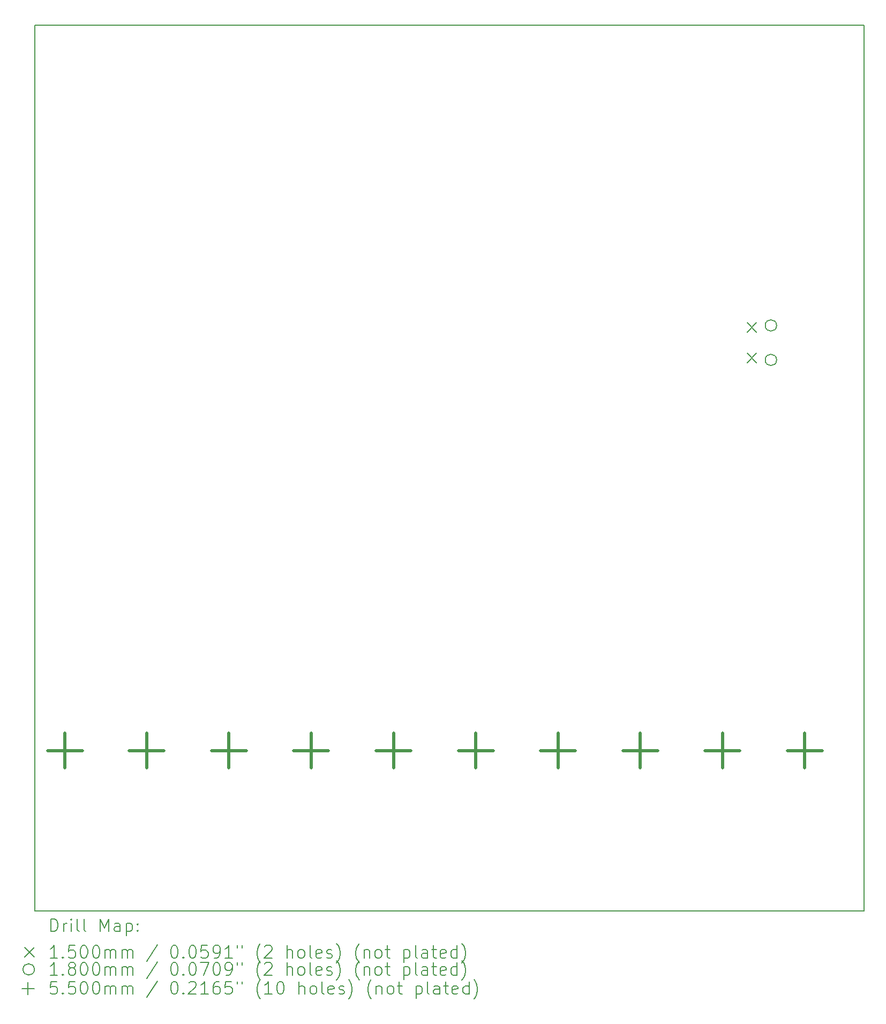
<source format=gbr>
%TF.GenerationSoftware,KiCad,Pcbnew,7.0.6*%
%TF.CreationDate,2023-07-29T11:39:51+05:30*%
%TF.ProjectId,Copy of Trainer Kit Prototype,436f7079-206f-4662-9054-7261696e6572,rev?*%
%TF.SameCoordinates,Original*%
%TF.FileFunction,Drillmap*%
%TF.FilePolarity,Positive*%
%FSLAX45Y45*%
G04 Gerber Fmt 4.5, Leading zero omitted, Abs format (unit mm)*
G04 Created by KiCad (PCBNEW 7.0.6) date 2023-07-29 11:39:51*
%MOMM*%
%LPD*%
G01*
G04 APERTURE LIST*
%ADD10C,0.200000*%
%ADD11C,0.150000*%
%ADD12C,0.180000*%
%ADD13C,0.550000*%
G04 APERTURE END LIST*
D10*
X0Y0D02*
X13106400Y0D01*
X13106400Y-14000000D01*
X0Y-14000000D01*
X0Y0D01*
D11*
X11253400Y-4700200D02*
X11403400Y-4850200D01*
X11403400Y-4700200D02*
X11253400Y-4850200D01*
X11253400Y-5185200D02*
X11403400Y-5335200D01*
X11403400Y-5185200D02*
X11253400Y-5335200D01*
D12*
X11721400Y-4745200D02*
G75*
G03*
X11721400Y-4745200I-90000J0D01*
G01*
X11721400Y-5290200D02*
G75*
G03*
X11721400Y-5290200I-90000J0D01*
G01*
D13*
X471400Y-11185800D02*
X471400Y-11735800D01*
X196400Y-11460800D02*
X746400Y-11460800D01*
X1765400Y-11185800D02*
X1765400Y-11735800D01*
X1490400Y-11460800D02*
X2040400Y-11460800D01*
X3065400Y-11185800D02*
X3065400Y-11735800D01*
X2790400Y-11460800D02*
X3340400Y-11460800D01*
X4365400Y-11185800D02*
X4365400Y-11735800D01*
X4090400Y-11460800D02*
X4640400Y-11460800D01*
X5665400Y-11185800D02*
X5665400Y-11735800D01*
X5390400Y-11460800D02*
X5940400Y-11460800D01*
X6965400Y-11185800D02*
X6965400Y-11735800D01*
X6690400Y-11460800D02*
X7240400Y-11460800D01*
X8265400Y-11185800D02*
X8265400Y-11735800D01*
X7990400Y-11460800D02*
X8540400Y-11460800D01*
X9565400Y-11185800D02*
X9565400Y-11735800D01*
X9290400Y-11460800D02*
X9840400Y-11460800D01*
X10865400Y-11185800D02*
X10865400Y-11735800D01*
X10590400Y-11460800D02*
X11140400Y-11460800D01*
X12165400Y-11185800D02*
X12165400Y-11735800D01*
X11890400Y-11460800D02*
X12440400Y-11460800D01*
D10*
X250777Y-14321484D02*
X250777Y-14121484D01*
X250777Y-14121484D02*
X298396Y-14121484D01*
X298396Y-14121484D02*
X326967Y-14131008D01*
X326967Y-14131008D02*
X346015Y-14150055D01*
X346015Y-14150055D02*
X355539Y-14169103D01*
X355539Y-14169103D02*
X365062Y-14207198D01*
X365062Y-14207198D02*
X365062Y-14235769D01*
X365062Y-14235769D02*
X355539Y-14273865D01*
X355539Y-14273865D02*
X346015Y-14292912D01*
X346015Y-14292912D02*
X326967Y-14311960D01*
X326967Y-14311960D02*
X298396Y-14321484D01*
X298396Y-14321484D02*
X250777Y-14321484D01*
X450777Y-14321484D02*
X450777Y-14188150D01*
X450777Y-14226246D02*
X460301Y-14207198D01*
X460301Y-14207198D02*
X469824Y-14197674D01*
X469824Y-14197674D02*
X488872Y-14188150D01*
X488872Y-14188150D02*
X507920Y-14188150D01*
X574586Y-14321484D02*
X574586Y-14188150D01*
X574586Y-14121484D02*
X565063Y-14131008D01*
X565063Y-14131008D02*
X574586Y-14140531D01*
X574586Y-14140531D02*
X584110Y-14131008D01*
X584110Y-14131008D02*
X574586Y-14121484D01*
X574586Y-14121484D02*
X574586Y-14140531D01*
X698396Y-14321484D02*
X679348Y-14311960D01*
X679348Y-14311960D02*
X669824Y-14292912D01*
X669824Y-14292912D02*
X669824Y-14121484D01*
X803158Y-14321484D02*
X784110Y-14311960D01*
X784110Y-14311960D02*
X774586Y-14292912D01*
X774586Y-14292912D02*
X774586Y-14121484D01*
X1031729Y-14321484D02*
X1031729Y-14121484D01*
X1031729Y-14121484D02*
X1098396Y-14264341D01*
X1098396Y-14264341D02*
X1165063Y-14121484D01*
X1165063Y-14121484D02*
X1165063Y-14321484D01*
X1346015Y-14321484D02*
X1346015Y-14216722D01*
X1346015Y-14216722D02*
X1336491Y-14197674D01*
X1336491Y-14197674D02*
X1317444Y-14188150D01*
X1317444Y-14188150D02*
X1279348Y-14188150D01*
X1279348Y-14188150D02*
X1260301Y-14197674D01*
X1346015Y-14311960D02*
X1326967Y-14321484D01*
X1326967Y-14321484D02*
X1279348Y-14321484D01*
X1279348Y-14321484D02*
X1260301Y-14311960D01*
X1260301Y-14311960D02*
X1250777Y-14292912D01*
X1250777Y-14292912D02*
X1250777Y-14273865D01*
X1250777Y-14273865D02*
X1260301Y-14254817D01*
X1260301Y-14254817D02*
X1279348Y-14245293D01*
X1279348Y-14245293D02*
X1326967Y-14245293D01*
X1326967Y-14245293D02*
X1346015Y-14235769D01*
X1441253Y-14188150D02*
X1441253Y-14388150D01*
X1441253Y-14197674D02*
X1460301Y-14188150D01*
X1460301Y-14188150D02*
X1498396Y-14188150D01*
X1498396Y-14188150D02*
X1517443Y-14197674D01*
X1517443Y-14197674D02*
X1526967Y-14207198D01*
X1526967Y-14207198D02*
X1536491Y-14226246D01*
X1536491Y-14226246D02*
X1536491Y-14283388D01*
X1536491Y-14283388D02*
X1526967Y-14302436D01*
X1526967Y-14302436D02*
X1517443Y-14311960D01*
X1517443Y-14311960D02*
X1498396Y-14321484D01*
X1498396Y-14321484D02*
X1460301Y-14321484D01*
X1460301Y-14321484D02*
X1441253Y-14311960D01*
X1622205Y-14302436D02*
X1631729Y-14311960D01*
X1631729Y-14311960D02*
X1622205Y-14321484D01*
X1622205Y-14321484D02*
X1612682Y-14311960D01*
X1612682Y-14311960D02*
X1622205Y-14302436D01*
X1622205Y-14302436D02*
X1622205Y-14321484D01*
X1622205Y-14197674D02*
X1631729Y-14207198D01*
X1631729Y-14207198D02*
X1622205Y-14216722D01*
X1622205Y-14216722D02*
X1612682Y-14207198D01*
X1612682Y-14207198D02*
X1622205Y-14197674D01*
X1622205Y-14197674D02*
X1622205Y-14216722D01*
D11*
X-160000Y-14575000D02*
X-10000Y-14725000D01*
X-10000Y-14575000D02*
X-160000Y-14725000D01*
D10*
X355539Y-14741484D02*
X241253Y-14741484D01*
X298396Y-14741484D02*
X298396Y-14541484D01*
X298396Y-14541484D02*
X279348Y-14570055D01*
X279348Y-14570055D02*
X260301Y-14589103D01*
X260301Y-14589103D02*
X241253Y-14598627D01*
X441253Y-14722436D02*
X450777Y-14731960D01*
X450777Y-14731960D02*
X441253Y-14741484D01*
X441253Y-14741484D02*
X431729Y-14731960D01*
X431729Y-14731960D02*
X441253Y-14722436D01*
X441253Y-14722436D02*
X441253Y-14741484D01*
X631729Y-14541484D02*
X536491Y-14541484D01*
X536491Y-14541484D02*
X526967Y-14636722D01*
X526967Y-14636722D02*
X536491Y-14627198D01*
X536491Y-14627198D02*
X555539Y-14617674D01*
X555539Y-14617674D02*
X603158Y-14617674D01*
X603158Y-14617674D02*
X622205Y-14627198D01*
X622205Y-14627198D02*
X631729Y-14636722D01*
X631729Y-14636722D02*
X641253Y-14655769D01*
X641253Y-14655769D02*
X641253Y-14703388D01*
X641253Y-14703388D02*
X631729Y-14722436D01*
X631729Y-14722436D02*
X622205Y-14731960D01*
X622205Y-14731960D02*
X603158Y-14741484D01*
X603158Y-14741484D02*
X555539Y-14741484D01*
X555539Y-14741484D02*
X536491Y-14731960D01*
X536491Y-14731960D02*
X526967Y-14722436D01*
X765062Y-14541484D02*
X784110Y-14541484D01*
X784110Y-14541484D02*
X803158Y-14551008D01*
X803158Y-14551008D02*
X812682Y-14560531D01*
X812682Y-14560531D02*
X822205Y-14579579D01*
X822205Y-14579579D02*
X831729Y-14617674D01*
X831729Y-14617674D02*
X831729Y-14665293D01*
X831729Y-14665293D02*
X822205Y-14703388D01*
X822205Y-14703388D02*
X812682Y-14722436D01*
X812682Y-14722436D02*
X803158Y-14731960D01*
X803158Y-14731960D02*
X784110Y-14741484D01*
X784110Y-14741484D02*
X765062Y-14741484D01*
X765062Y-14741484D02*
X746015Y-14731960D01*
X746015Y-14731960D02*
X736491Y-14722436D01*
X736491Y-14722436D02*
X726967Y-14703388D01*
X726967Y-14703388D02*
X717443Y-14665293D01*
X717443Y-14665293D02*
X717443Y-14617674D01*
X717443Y-14617674D02*
X726967Y-14579579D01*
X726967Y-14579579D02*
X736491Y-14560531D01*
X736491Y-14560531D02*
X746015Y-14551008D01*
X746015Y-14551008D02*
X765062Y-14541484D01*
X955539Y-14541484D02*
X974586Y-14541484D01*
X974586Y-14541484D02*
X993634Y-14551008D01*
X993634Y-14551008D02*
X1003158Y-14560531D01*
X1003158Y-14560531D02*
X1012682Y-14579579D01*
X1012682Y-14579579D02*
X1022205Y-14617674D01*
X1022205Y-14617674D02*
X1022205Y-14665293D01*
X1022205Y-14665293D02*
X1012682Y-14703388D01*
X1012682Y-14703388D02*
X1003158Y-14722436D01*
X1003158Y-14722436D02*
X993634Y-14731960D01*
X993634Y-14731960D02*
X974586Y-14741484D01*
X974586Y-14741484D02*
X955539Y-14741484D01*
X955539Y-14741484D02*
X936491Y-14731960D01*
X936491Y-14731960D02*
X926967Y-14722436D01*
X926967Y-14722436D02*
X917443Y-14703388D01*
X917443Y-14703388D02*
X907920Y-14665293D01*
X907920Y-14665293D02*
X907920Y-14617674D01*
X907920Y-14617674D02*
X917443Y-14579579D01*
X917443Y-14579579D02*
X926967Y-14560531D01*
X926967Y-14560531D02*
X936491Y-14551008D01*
X936491Y-14551008D02*
X955539Y-14541484D01*
X1107920Y-14741484D02*
X1107920Y-14608150D01*
X1107920Y-14627198D02*
X1117444Y-14617674D01*
X1117444Y-14617674D02*
X1136491Y-14608150D01*
X1136491Y-14608150D02*
X1165063Y-14608150D01*
X1165063Y-14608150D02*
X1184110Y-14617674D01*
X1184110Y-14617674D02*
X1193634Y-14636722D01*
X1193634Y-14636722D02*
X1193634Y-14741484D01*
X1193634Y-14636722D02*
X1203158Y-14617674D01*
X1203158Y-14617674D02*
X1222205Y-14608150D01*
X1222205Y-14608150D02*
X1250777Y-14608150D01*
X1250777Y-14608150D02*
X1269825Y-14617674D01*
X1269825Y-14617674D02*
X1279348Y-14636722D01*
X1279348Y-14636722D02*
X1279348Y-14741484D01*
X1374586Y-14741484D02*
X1374586Y-14608150D01*
X1374586Y-14627198D02*
X1384110Y-14617674D01*
X1384110Y-14617674D02*
X1403158Y-14608150D01*
X1403158Y-14608150D02*
X1431729Y-14608150D01*
X1431729Y-14608150D02*
X1450777Y-14617674D01*
X1450777Y-14617674D02*
X1460301Y-14636722D01*
X1460301Y-14636722D02*
X1460301Y-14741484D01*
X1460301Y-14636722D02*
X1469824Y-14617674D01*
X1469824Y-14617674D02*
X1488872Y-14608150D01*
X1488872Y-14608150D02*
X1517443Y-14608150D01*
X1517443Y-14608150D02*
X1536491Y-14617674D01*
X1536491Y-14617674D02*
X1546015Y-14636722D01*
X1546015Y-14636722D02*
X1546015Y-14741484D01*
X1936491Y-14531960D02*
X1765063Y-14789103D01*
X2193634Y-14541484D02*
X2212682Y-14541484D01*
X2212682Y-14541484D02*
X2231729Y-14551008D01*
X2231729Y-14551008D02*
X2241253Y-14560531D01*
X2241253Y-14560531D02*
X2250777Y-14579579D01*
X2250777Y-14579579D02*
X2260301Y-14617674D01*
X2260301Y-14617674D02*
X2260301Y-14665293D01*
X2260301Y-14665293D02*
X2250777Y-14703388D01*
X2250777Y-14703388D02*
X2241253Y-14722436D01*
X2241253Y-14722436D02*
X2231729Y-14731960D01*
X2231729Y-14731960D02*
X2212682Y-14741484D01*
X2212682Y-14741484D02*
X2193634Y-14741484D01*
X2193634Y-14741484D02*
X2174587Y-14731960D01*
X2174587Y-14731960D02*
X2165063Y-14722436D01*
X2165063Y-14722436D02*
X2155539Y-14703388D01*
X2155539Y-14703388D02*
X2146015Y-14665293D01*
X2146015Y-14665293D02*
X2146015Y-14617674D01*
X2146015Y-14617674D02*
X2155539Y-14579579D01*
X2155539Y-14579579D02*
X2165063Y-14560531D01*
X2165063Y-14560531D02*
X2174587Y-14551008D01*
X2174587Y-14551008D02*
X2193634Y-14541484D01*
X2346015Y-14722436D02*
X2355539Y-14731960D01*
X2355539Y-14731960D02*
X2346015Y-14741484D01*
X2346015Y-14741484D02*
X2336491Y-14731960D01*
X2336491Y-14731960D02*
X2346015Y-14722436D01*
X2346015Y-14722436D02*
X2346015Y-14741484D01*
X2479348Y-14541484D02*
X2498396Y-14541484D01*
X2498396Y-14541484D02*
X2517444Y-14551008D01*
X2517444Y-14551008D02*
X2526968Y-14560531D01*
X2526968Y-14560531D02*
X2536491Y-14579579D01*
X2536491Y-14579579D02*
X2546015Y-14617674D01*
X2546015Y-14617674D02*
X2546015Y-14665293D01*
X2546015Y-14665293D02*
X2536491Y-14703388D01*
X2536491Y-14703388D02*
X2526968Y-14722436D01*
X2526968Y-14722436D02*
X2517444Y-14731960D01*
X2517444Y-14731960D02*
X2498396Y-14741484D01*
X2498396Y-14741484D02*
X2479348Y-14741484D01*
X2479348Y-14741484D02*
X2460301Y-14731960D01*
X2460301Y-14731960D02*
X2450777Y-14722436D01*
X2450777Y-14722436D02*
X2441253Y-14703388D01*
X2441253Y-14703388D02*
X2431729Y-14665293D01*
X2431729Y-14665293D02*
X2431729Y-14617674D01*
X2431729Y-14617674D02*
X2441253Y-14579579D01*
X2441253Y-14579579D02*
X2450777Y-14560531D01*
X2450777Y-14560531D02*
X2460301Y-14551008D01*
X2460301Y-14551008D02*
X2479348Y-14541484D01*
X2726968Y-14541484D02*
X2631729Y-14541484D01*
X2631729Y-14541484D02*
X2622206Y-14636722D01*
X2622206Y-14636722D02*
X2631729Y-14627198D01*
X2631729Y-14627198D02*
X2650777Y-14617674D01*
X2650777Y-14617674D02*
X2698396Y-14617674D01*
X2698396Y-14617674D02*
X2717444Y-14627198D01*
X2717444Y-14627198D02*
X2726968Y-14636722D01*
X2726968Y-14636722D02*
X2736491Y-14655769D01*
X2736491Y-14655769D02*
X2736491Y-14703388D01*
X2736491Y-14703388D02*
X2726968Y-14722436D01*
X2726968Y-14722436D02*
X2717444Y-14731960D01*
X2717444Y-14731960D02*
X2698396Y-14741484D01*
X2698396Y-14741484D02*
X2650777Y-14741484D01*
X2650777Y-14741484D02*
X2631729Y-14731960D01*
X2631729Y-14731960D02*
X2622206Y-14722436D01*
X2831729Y-14741484D02*
X2869825Y-14741484D01*
X2869825Y-14741484D02*
X2888872Y-14731960D01*
X2888872Y-14731960D02*
X2898396Y-14722436D01*
X2898396Y-14722436D02*
X2917444Y-14693865D01*
X2917444Y-14693865D02*
X2926967Y-14655769D01*
X2926967Y-14655769D02*
X2926967Y-14579579D01*
X2926967Y-14579579D02*
X2917444Y-14560531D01*
X2917444Y-14560531D02*
X2907920Y-14551008D01*
X2907920Y-14551008D02*
X2888872Y-14541484D01*
X2888872Y-14541484D02*
X2850777Y-14541484D01*
X2850777Y-14541484D02*
X2831729Y-14551008D01*
X2831729Y-14551008D02*
X2822206Y-14560531D01*
X2822206Y-14560531D02*
X2812682Y-14579579D01*
X2812682Y-14579579D02*
X2812682Y-14627198D01*
X2812682Y-14627198D02*
X2822206Y-14646246D01*
X2822206Y-14646246D02*
X2831729Y-14655769D01*
X2831729Y-14655769D02*
X2850777Y-14665293D01*
X2850777Y-14665293D02*
X2888872Y-14665293D01*
X2888872Y-14665293D02*
X2907920Y-14655769D01*
X2907920Y-14655769D02*
X2917444Y-14646246D01*
X2917444Y-14646246D02*
X2926967Y-14627198D01*
X3117444Y-14741484D02*
X3003158Y-14741484D01*
X3060301Y-14741484D02*
X3060301Y-14541484D01*
X3060301Y-14541484D02*
X3041253Y-14570055D01*
X3041253Y-14570055D02*
X3022206Y-14589103D01*
X3022206Y-14589103D02*
X3003158Y-14598627D01*
X3193634Y-14541484D02*
X3193634Y-14579579D01*
X3269825Y-14541484D02*
X3269825Y-14579579D01*
X3565063Y-14817674D02*
X3555539Y-14808150D01*
X3555539Y-14808150D02*
X3536491Y-14779579D01*
X3536491Y-14779579D02*
X3526968Y-14760531D01*
X3526968Y-14760531D02*
X3517444Y-14731960D01*
X3517444Y-14731960D02*
X3507920Y-14684341D01*
X3507920Y-14684341D02*
X3507920Y-14646246D01*
X3507920Y-14646246D02*
X3517444Y-14598627D01*
X3517444Y-14598627D02*
X3526968Y-14570055D01*
X3526968Y-14570055D02*
X3536491Y-14551008D01*
X3536491Y-14551008D02*
X3555539Y-14522436D01*
X3555539Y-14522436D02*
X3565063Y-14512912D01*
X3631729Y-14560531D02*
X3641253Y-14551008D01*
X3641253Y-14551008D02*
X3660301Y-14541484D01*
X3660301Y-14541484D02*
X3707920Y-14541484D01*
X3707920Y-14541484D02*
X3726968Y-14551008D01*
X3726968Y-14551008D02*
X3736491Y-14560531D01*
X3736491Y-14560531D02*
X3746015Y-14579579D01*
X3746015Y-14579579D02*
X3746015Y-14598627D01*
X3746015Y-14598627D02*
X3736491Y-14627198D01*
X3736491Y-14627198D02*
X3622206Y-14741484D01*
X3622206Y-14741484D02*
X3746015Y-14741484D01*
X3984110Y-14741484D02*
X3984110Y-14541484D01*
X4069825Y-14741484D02*
X4069825Y-14636722D01*
X4069825Y-14636722D02*
X4060301Y-14617674D01*
X4060301Y-14617674D02*
X4041253Y-14608150D01*
X4041253Y-14608150D02*
X4012682Y-14608150D01*
X4012682Y-14608150D02*
X3993634Y-14617674D01*
X3993634Y-14617674D02*
X3984110Y-14627198D01*
X4193634Y-14741484D02*
X4174587Y-14731960D01*
X4174587Y-14731960D02*
X4165063Y-14722436D01*
X4165063Y-14722436D02*
X4155539Y-14703388D01*
X4155539Y-14703388D02*
X4155539Y-14646246D01*
X4155539Y-14646246D02*
X4165063Y-14627198D01*
X4165063Y-14627198D02*
X4174587Y-14617674D01*
X4174587Y-14617674D02*
X4193634Y-14608150D01*
X4193634Y-14608150D02*
X4222206Y-14608150D01*
X4222206Y-14608150D02*
X4241253Y-14617674D01*
X4241253Y-14617674D02*
X4250777Y-14627198D01*
X4250777Y-14627198D02*
X4260301Y-14646246D01*
X4260301Y-14646246D02*
X4260301Y-14703388D01*
X4260301Y-14703388D02*
X4250777Y-14722436D01*
X4250777Y-14722436D02*
X4241253Y-14731960D01*
X4241253Y-14731960D02*
X4222206Y-14741484D01*
X4222206Y-14741484D02*
X4193634Y-14741484D01*
X4374587Y-14741484D02*
X4355539Y-14731960D01*
X4355539Y-14731960D02*
X4346015Y-14712912D01*
X4346015Y-14712912D02*
X4346015Y-14541484D01*
X4526968Y-14731960D02*
X4507920Y-14741484D01*
X4507920Y-14741484D02*
X4469825Y-14741484D01*
X4469825Y-14741484D02*
X4450777Y-14731960D01*
X4450777Y-14731960D02*
X4441253Y-14712912D01*
X4441253Y-14712912D02*
X4441253Y-14636722D01*
X4441253Y-14636722D02*
X4450777Y-14617674D01*
X4450777Y-14617674D02*
X4469825Y-14608150D01*
X4469825Y-14608150D02*
X4507920Y-14608150D01*
X4507920Y-14608150D02*
X4526968Y-14617674D01*
X4526968Y-14617674D02*
X4536492Y-14636722D01*
X4536492Y-14636722D02*
X4536492Y-14655769D01*
X4536492Y-14655769D02*
X4441253Y-14674817D01*
X4612682Y-14731960D02*
X4631730Y-14741484D01*
X4631730Y-14741484D02*
X4669825Y-14741484D01*
X4669825Y-14741484D02*
X4688873Y-14731960D01*
X4688873Y-14731960D02*
X4698396Y-14712912D01*
X4698396Y-14712912D02*
X4698396Y-14703388D01*
X4698396Y-14703388D02*
X4688873Y-14684341D01*
X4688873Y-14684341D02*
X4669825Y-14674817D01*
X4669825Y-14674817D02*
X4641253Y-14674817D01*
X4641253Y-14674817D02*
X4622206Y-14665293D01*
X4622206Y-14665293D02*
X4612682Y-14646246D01*
X4612682Y-14646246D02*
X4612682Y-14636722D01*
X4612682Y-14636722D02*
X4622206Y-14617674D01*
X4622206Y-14617674D02*
X4641253Y-14608150D01*
X4641253Y-14608150D02*
X4669825Y-14608150D01*
X4669825Y-14608150D02*
X4688873Y-14617674D01*
X4765063Y-14817674D02*
X4774587Y-14808150D01*
X4774587Y-14808150D02*
X4793634Y-14779579D01*
X4793634Y-14779579D02*
X4803158Y-14760531D01*
X4803158Y-14760531D02*
X4812682Y-14731960D01*
X4812682Y-14731960D02*
X4822206Y-14684341D01*
X4822206Y-14684341D02*
X4822206Y-14646246D01*
X4822206Y-14646246D02*
X4812682Y-14598627D01*
X4812682Y-14598627D02*
X4803158Y-14570055D01*
X4803158Y-14570055D02*
X4793634Y-14551008D01*
X4793634Y-14551008D02*
X4774587Y-14522436D01*
X4774587Y-14522436D02*
X4765063Y-14512912D01*
X5126968Y-14817674D02*
X5117444Y-14808150D01*
X5117444Y-14808150D02*
X5098396Y-14779579D01*
X5098396Y-14779579D02*
X5088873Y-14760531D01*
X5088873Y-14760531D02*
X5079349Y-14731960D01*
X5079349Y-14731960D02*
X5069825Y-14684341D01*
X5069825Y-14684341D02*
X5069825Y-14646246D01*
X5069825Y-14646246D02*
X5079349Y-14598627D01*
X5079349Y-14598627D02*
X5088873Y-14570055D01*
X5088873Y-14570055D02*
X5098396Y-14551008D01*
X5098396Y-14551008D02*
X5117444Y-14522436D01*
X5117444Y-14522436D02*
X5126968Y-14512912D01*
X5203158Y-14608150D02*
X5203158Y-14741484D01*
X5203158Y-14627198D02*
X5212682Y-14617674D01*
X5212682Y-14617674D02*
X5231730Y-14608150D01*
X5231730Y-14608150D02*
X5260301Y-14608150D01*
X5260301Y-14608150D02*
X5279349Y-14617674D01*
X5279349Y-14617674D02*
X5288873Y-14636722D01*
X5288873Y-14636722D02*
X5288873Y-14741484D01*
X5412682Y-14741484D02*
X5393634Y-14731960D01*
X5393634Y-14731960D02*
X5384111Y-14722436D01*
X5384111Y-14722436D02*
X5374587Y-14703388D01*
X5374587Y-14703388D02*
X5374587Y-14646246D01*
X5374587Y-14646246D02*
X5384111Y-14627198D01*
X5384111Y-14627198D02*
X5393634Y-14617674D01*
X5393634Y-14617674D02*
X5412682Y-14608150D01*
X5412682Y-14608150D02*
X5441254Y-14608150D01*
X5441254Y-14608150D02*
X5460301Y-14617674D01*
X5460301Y-14617674D02*
X5469825Y-14627198D01*
X5469825Y-14627198D02*
X5479349Y-14646246D01*
X5479349Y-14646246D02*
X5479349Y-14703388D01*
X5479349Y-14703388D02*
X5469825Y-14722436D01*
X5469825Y-14722436D02*
X5460301Y-14731960D01*
X5460301Y-14731960D02*
X5441254Y-14741484D01*
X5441254Y-14741484D02*
X5412682Y-14741484D01*
X5536492Y-14608150D02*
X5612682Y-14608150D01*
X5565063Y-14541484D02*
X5565063Y-14712912D01*
X5565063Y-14712912D02*
X5574587Y-14731960D01*
X5574587Y-14731960D02*
X5593634Y-14741484D01*
X5593634Y-14741484D02*
X5612682Y-14741484D01*
X5831730Y-14608150D02*
X5831730Y-14808150D01*
X5831730Y-14617674D02*
X5850777Y-14608150D01*
X5850777Y-14608150D02*
X5888873Y-14608150D01*
X5888873Y-14608150D02*
X5907920Y-14617674D01*
X5907920Y-14617674D02*
X5917444Y-14627198D01*
X5917444Y-14627198D02*
X5926968Y-14646246D01*
X5926968Y-14646246D02*
X5926968Y-14703388D01*
X5926968Y-14703388D02*
X5917444Y-14722436D01*
X5917444Y-14722436D02*
X5907920Y-14731960D01*
X5907920Y-14731960D02*
X5888873Y-14741484D01*
X5888873Y-14741484D02*
X5850777Y-14741484D01*
X5850777Y-14741484D02*
X5831730Y-14731960D01*
X6041253Y-14741484D02*
X6022206Y-14731960D01*
X6022206Y-14731960D02*
X6012682Y-14712912D01*
X6012682Y-14712912D02*
X6012682Y-14541484D01*
X6203158Y-14741484D02*
X6203158Y-14636722D01*
X6203158Y-14636722D02*
X6193634Y-14617674D01*
X6193634Y-14617674D02*
X6174587Y-14608150D01*
X6174587Y-14608150D02*
X6136492Y-14608150D01*
X6136492Y-14608150D02*
X6117444Y-14617674D01*
X6203158Y-14731960D02*
X6184111Y-14741484D01*
X6184111Y-14741484D02*
X6136492Y-14741484D01*
X6136492Y-14741484D02*
X6117444Y-14731960D01*
X6117444Y-14731960D02*
X6107920Y-14712912D01*
X6107920Y-14712912D02*
X6107920Y-14693865D01*
X6107920Y-14693865D02*
X6117444Y-14674817D01*
X6117444Y-14674817D02*
X6136492Y-14665293D01*
X6136492Y-14665293D02*
X6184111Y-14665293D01*
X6184111Y-14665293D02*
X6203158Y-14655769D01*
X6269825Y-14608150D02*
X6346015Y-14608150D01*
X6298396Y-14541484D02*
X6298396Y-14712912D01*
X6298396Y-14712912D02*
X6307920Y-14731960D01*
X6307920Y-14731960D02*
X6326968Y-14741484D01*
X6326968Y-14741484D02*
X6346015Y-14741484D01*
X6488873Y-14731960D02*
X6469825Y-14741484D01*
X6469825Y-14741484D02*
X6431730Y-14741484D01*
X6431730Y-14741484D02*
X6412682Y-14731960D01*
X6412682Y-14731960D02*
X6403158Y-14712912D01*
X6403158Y-14712912D02*
X6403158Y-14636722D01*
X6403158Y-14636722D02*
X6412682Y-14617674D01*
X6412682Y-14617674D02*
X6431730Y-14608150D01*
X6431730Y-14608150D02*
X6469825Y-14608150D01*
X6469825Y-14608150D02*
X6488873Y-14617674D01*
X6488873Y-14617674D02*
X6498396Y-14636722D01*
X6498396Y-14636722D02*
X6498396Y-14655769D01*
X6498396Y-14655769D02*
X6403158Y-14674817D01*
X6669825Y-14741484D02*
X6669825Y-14541484D01*
X6669825Y-14731960D02*
X6650777Y-14741484D01*
X6650777Y-14741484D02*
X6612682Y-14741484D01*
X6612682Y-14741484D02*
X6593634Y-14731960D01*
X6593634Y-14731960D02*
X6584111Y-14722436D01*
X6584111Y-14722436D02*
X6574587Y-14703388D01*
X6574587Y-14703388D02*
X6574587Y-14646246D01*
X6574587Y-14646246D02*
X6584111Y-14627198D01*
X6584111Y-14627198D02*
X6593634Y-14617674D01*
X6593634Y-14617674D02*
X6612682Y-14608150D01*
X6612682Y-14608150D02*
X6650777Y-14608150D01*
X6650777Y-14608150D02*
X6669825Y-14617674D01*
X6746015Y-14817674D02*
X6755539Y-14808150D01*
X6755539Y-14808150D02*
X6774587Y-14779579D01*
X6774587Y-14779579D02*
X6784111Y-14760531D01*
X6784111Y-14760531D02*
X6793634Y-14731960D01*
X6793634Y-14731960D02*
X6803158Y-14684341D01*
X6803158Y-14684341D02*
X6803158Y-14646246D01*
X6803158Y-14646246D02*
X6793634Y-14598627D01*
X6793634Y-14598627D02*
X6784111Y-14570055D01*
X6784111Y-14570055D02*
X6774587Y-14551008D01*
X6774587Y-14551008D02*
X6755539Y-14522436D01*
X6755539Y-14522436D02*
X6746015Y-14512912D01*
D12*
X-10000Y-14920000D02*
G75*
G03*
X-10000Y-14920000I-90000J0D01*
G01*
D10*
X355539Y-15011484D02*
X241253Y-15011484D01*
X298396Y-15011484D02*
X298396Y-14811484D01*
X298396Y-14811484D02*
X279348Y-14840055D01*
X279348Y-14840055D02*
X260301Y-14859103D01*
X260301Y-14859103D02*
X241253Y-14868627D01*
X441253Y-14992436D02*
X450777Y-15001960D01*
X450777Y-15001960D02*
X441253Y-15011484D01*
X441253Y-15011484D02*
X431729Y-15001960D01*
X431729Y-15001960D02*
X441253Y-14992436D01*
X441253Y-14992436D02*
X441253Y-15011484D01*
X565063Y-14897198D02*
X546015Y-14887674D01*
X546015Y-14887674D02*
X536491Y-14878150D01*
X536491Y-14878150D02*
X526967Y-14859103D01*
X526967Y-14859103D02*
X526967Y-14849579D01*
X526967Y-14849579D02*
X536491Y-14830531D01*
X536491Y-14830531D02*
X546015Y-14821008D01*
X546015Y-14821008D02*
X565063Y-14811484D01*
X565063Y-14811484D02*
X603158Y-14811484D01*
X603158Y-14811484D02*
X622205Y-14821008D01*
X622205Y-14821008D02*
X631729Y-14830531D01*
X631729Y-14830531D02*
X641253Y-14849579D01*
X641253Y-14849579D02*
X641253Y-14859103D01*
X641253Y-14859103D02*
X631729Y-14878150D01*
X631729Y-14878150D02*
X622205Y-14887674D01*
X622205Y-14887674D02*
X603158Y-14897198D01*
X603158Y-14897198D02*
X565063Y-14897198D01*
X565063Y-14897198D02*
X546015Y-14906722D01*
X546015Y-14906722D02*
X536491Y-14916246D01*
X536491Y-14916246D02*
X526967Y-14935293D01*
X526967Y-14935293D02*
X526967Y-14973388D01*
X526967Y-14973388D02*
X536491Y-14992436D01*
X536491Y-14992436D02*
X546015Y-15001960D01*
X546015Y-15001960D02*
X565063Y-15011484D01*
X565063Y-15011484D02*
X603158Y-15011484D01*
X603158Y-15011484D02*
X622205Y-15001960D01*
X622205Y-15001960D02*
X631729Y-14992436D01*
X631729Y-14992436D02*
X641253Y-14973388D01*
X641253Y-14973388D02*
X641253Y-14935293D01*
X641253Y-14935293D02*
X631729Y-14916246D01*
X631729Y-14916246D02*
X622205Y-14906722D01*
X622205Y-14906722D02*
X603158Y-14897198D01*
X765062Y-14811484D02*
X784110Y-14811484D01*
X784110Y-14811484D02*
X803158Y-14821008D01*
X803158Y-14821008D02*
X812682Y-14830531D01*
X812682Y-14830531D02*
X822205Y-14849579D01*
X822205Y-14849579D02*
X831729Y-14887674D01*
X831729Y-14887674D02*
X831729Y-14935293D01*
X831729Y-14935293D02*
X822205Y-14973388D01*
X822205Y-14973388D02*
X812682Y-14992436D01*
X812682Y-14992436D02*
X803158Y-15001960D01*
X803158Y-15001960D02*
X784110Y-15011484D01*
X784110Y-15011484D02*
X765062Y-15011484D01*
X765062Y-15011484D02*
X746015Y-15001960D01*
X746015Y-15001960D02*
X736491Y-14992436D01*
X736491Y-14992436D02*
X726967Y-14973388D01*
X726967Y-14973388D02*
X717443Y-14935293D01*
X717443Y-14935293D02*
X717443Y-14887674D01*
X717443Y-14887674D02*
X726967Y-14849579D01*
X726967Y-14849579D02*
X736491Y-14830531D01*
X736491Y-14830531D02*
X746015Y-14821008D01*
X746015Y-14821008D02*
X765062Y-14811484D01*
X955539Y-14811484D02*
X974586Y-14811484D01*
X974586Y-14811484D02*
X993634Y-14821008D01*
X993634Y-14821008D02*
X1003158Y-14830531D01*
X1003158Y-14830531D02*
X1012682Y-14849579D01*
X1012682Y-14849579D02*
X1022205Y-14887674D01*
X1022205Y-14887674D02*
X1022205Y-14935293D01*
X1022205Y-14935293D02*
X1012682Y-14973388D01*
X1012682Y-14973388D02*
X1003158Y-14992436D01*
X1003158Y-14992436D02*
X993634Y-15001960D01*
X993634Y-15001960D02*
X974586Y-15011484D01*
X974586Y-15011484D02*
X955539Y-15011484D01*
X955539Y-15011484D02*
X936491Y-15001960D01*
X936491Y-15001960D02*
X926967Y-14992436D01*
X926967Y-14992436D02*
X917443Y-14973388D01*
X917443Y-14973388D02*
X907920Y-14935293D01*
X907920Y-14935293D02*
X907920Y-14887674D01*
X907920Y-14887674D02*
X917443Y-14849579D01*
X917443Y-14849579D02*
X926967Y-14830531D01*
X926967Y-14830531D02*
X936491Y-14821008D01*
X936491Y-14821008D02*
X955539Y-14811484D01*
X1107920Y-15011484D02*
X1107920Y-14878150D01*
X1107920Y-14897198D02*
X1117444Y-14887674D01*
X1117444Y-14887674D02*
X1136491Y-14878150D01*
X1136491Y-14878150D02*
X1165063Y-14878150D01*
X1165063Y-14878150D02*
X1184110Y-14887674D01*
X1184110Y-14887674D02*
X1193634Y-14906722D01*
X1193634Y-14906722D02*
X1193634Y-15011484D01*
X1193634Y-14906722D02*
X1203158Y-14887674D01*
X1203158Y-14887674D02*
X1222205Y-14878150D01*
X1222205Y-14878150D02*
X1250777Y-14878150D01*
X1250777Y-14878150D02*
X1269825Y-14887674D01*
X1269825Y-14887674D02*
X1279348Y-14906722D01*
X1279348Y-14906722D02*
X1279348Y-15011484D01*
X1374586Y-15011484D02*
X1374586Y-14878150D01*
X1374586Y-14897198D02*
X1384110Y-14887674D01*
X1384110Y-14887674D02*
X1403158Y-14878150D01*
X1403158Y-14878150D02*
X1431729Y-14878150D01*
X1431729Y-14878150D02*
X1450777Y-14887674D01*
X1450777Y-14887674D02*
X1460301Y-14906722D01*
X1460301Y-14906722D02*
X1460301Y-15011484D01*
X1460301Y-14906722D02*
X1469824Y-14887674D01*
X1469824Y-14887674D02*
X1488872Y-14878150D01*
X1488872Y-14878150D02*
X1517443Y-14878150D01*
X1517443Y-14878150D02*
X1536491Y-14887674D01*
X1536491Y-14887674D02*
X1546015Y-14906722D01*
X1546015Y-14906722D02*
X1546015Y-15011484D01*
X1936491Y-14801960D02*
X1765063Y-15059103D01*
X2193634Y-14811484D02*
X2212682Y-14811484D01*
X2212682Y-14811484D02*
X2231729Y-14821008D01*
X2231729Y-14821008D02*
X2241253Y-14830531D01*
X2241253Y-14830531D02*
X2250777Y-14849579D01*
X2250777Y-14849579D02*
X2260301Y-14887674D01*
X2260301Y-14887674D02*
X2260301Y-14935293D01*
X2260301Y-14935293D02*
X2250777Y-14973388D01*
X2250777Y-14973388D02*
X2241253Y-14992436D01*
X2241253Y-14992436D02*
X2231729Y-15001960D01*
X2231729Y-15001960D02*
X2212682Y-15011484D01*
X2212682Y-15011484D02*
X2193634Y-15011484D01*
X2193634Y-15011484D02*
X2174587Y-15001960D01*
X2174587Y-15001960D02*
X2165063Y-14992436D01*
X2165063Y-14992436D02*
X2155539Y-14973388D01*
X2155539Y-14973388D02*
X2146015Y-14935293D01*
X2146015Y-14935293D02*
X2146015Y-14887674D01*
X2146015Y-14887674D02*
X2155539Y-14849579D01*
X2155539Y-14849579D02*
X2165063Y-14830531D01*
X2165063Y-14830531D02*
X2174587Y-14821008D01*
X2174587Y-14821008D02*
X2193634Y-14811484D01*
X2346015Y-14992436D02*
X2355539Y-15001960D01*
X2355539Y-15001960D02*
X2346015Y-15011484D01*
X2346015Y-15011484D02*
X2336491Y-15001960D01*
X2336491Y-15001960D02*
X2346015Y-14992436D01*
X2346015Y-14992436D02*
X2346015Y-15011484D01*
X2479348Y-14811484D02*
X2498396Y-14811484D01*
X2498396Y-14811484D02*
X2517444Y-14821008D01*
X2517444Y-14821008D02*
X2526968Y-14830531D01*
X2526968Y-14830531D02*
X2536491Y-14849579D01*
X2536491Y-14849579D02*
X2546015Y-14887674D01*
X2546015Y-14887674D02*
X2546015Y-14935293D01*
X2546015Y-14935293D02*
X2536491Y-14973388D01*
X2536491Y-14973388D02*
X2526968Y-14992436D01*
X2526968Y-14992436D02*
X2517444Y-15001960D01*
X2517444Y-15001960D02*
X2498396Y-15011484D01*
X2498396Y-15011484D02*
X2479348Y-15011484D01*
X2479348Y-15011484D02*
X2460301Y-15001960D01*
X2460301Y-15001960D02*
X2450777Y-14992436D01*
X2450777Y-14992436D02*
X2441253Y-14973388D01*
X2441253Y-14973388D02*
X2431729Y-14935293D01*
X2431729Y-14935293D02*
X2431729Y-14887674D01*
X2431729Y-14887674D02*
X2441253Y-14849579D01*
X2441253Y-14849579D02*
X2450777Y-14830531D01*
X2450777Y-14830531D02*
X2460301Y-14821008D01*
X2460301Y-14821008D02*
X2479348Y-14811484D01*
X2612682Y-14811484D02*
X2746015Y-14811484D01*
X2746015Y-14811484D02*
X2660301Y-15011484D01*
X2860301Y-14811484D02*
X2879348Y-14811484D01*
X2879348Y-14811484D02*
X2898396Y-14821008D01*
X2898396Y-14821008D02*
X2907920Y-14830531D01*
X2907920Y-14830531D02*
X2917444Y-14849579D01*
X2917444Y-14849579D02*
X2926967Y-14887674D01*
X2926967Y-14887674D02*
X2926967Y-14935293D01*
X2926967Y-14935293D02*
X2917444Y-14973388D01*
X2917444Y-14973388D02*
X2907920Y-14992436D01*
X2907920Y-14992436D02*
X2898396Y-15001960D01*
X2898396Y-15001960D02*
X2879348Y-15011484D01*
X2879348Y-15011484D02*
X2860301Y-15011484D01*
X2860301Y-15011484D02*
X2841253Y-15001960D01*
X2841253Y-15001960D02*
X2831729Y-14992436D01*
X2831729Y-14992436D02*
X2822206Y-14973388D01*
X2822206Y-14973388D02*
X2812682Y-14935293D01*
X2812682Y-14935293D02*
X2812682Y-14887674D01*
X2812682Y-14887674D02*
X2822206Y-14849579D01*
X2822206Y-14849579D02*
X2831729Y-14830531D01*
X2831729Y-14830531D02*
X2841253Y-14821008D01*
X2841253Y-14821008D02*
X2860301Y-14811484D01*
X3022206Y-15011484D02*
X3060301Y-15011484D01*
X3060301Y-15011484D02*
X3079348Y-15001960D01*
X3079348Y-15001960D02*
X3088872Y-14992436D01*
X3088872Y-14992436D02*
X3107920Y-14963865D01*
X3107920Y-14963865D02*
X3117444Y-14925769D01*
X3117444Y-14925769D02*
X3117444Y-14849579D01*
X3117444Y-14849579D02*
X3107920Y-14830531D01*
X3107920Y-14830531D02*
X3098396Y-14821008D01*
X3098396Y-14821008D02*
X3079348Y-14811484D01*
X3079348Y-14811484D02*
X3041253Y-14811484D01*
X3041253Y-14811484D02*
X3022206Y-14821008D01*
X3022206Y-14821008D02*
X3012682Y-14830531D01*
X3012682Y-14830531D02*
X3003158Y-14849579D01*
X3003158Y-14849579D02*
X3003158Y-14897198D01*
X3003158Y-14897198D02*
X3012682Y-14916246D01*
X3012682Y-14916246D02*
X3022206Y-14925769D01*
X3022206Y-14925769D02*
X3041253Y-14935293D01*
X3041253Y-14935293D02*
X3079348Y-14935293D01*
X3079348Y-14935293D02*
X3098396Y-14925769D01*
X3098396Y-14925769D02*
X3107920Y-14916246D01*
X3107920Y-14916246D02*
X3117444Y-14897198D01*
X3193634Y-14811484D02*
X3193634Y-14849579D01*
X3269825Y-14811484D02*
X3269825Y-14849579D01*
X3565063Y-15087674D02*
X3555539Y-15078150D01*
X3555539Y-15078150D02*
X3536491Y-15049579D01*
X3536491Y-15049579D02*
X3526968Y-15030531D01*
X3526968Y-15030531D02*
X3517444Y-15001960D01*
X3517444Y-15001960D02*
X3507920Y-14954341D01*
X3507920Y-14954341D02*
X3507920Y-14916246D01*
X3507920Y-14916246D02*
X3517444Y-14868627D01*
X3517444Y-14868627D02*
X3526968Y-14840055D01*
X3526968Y-14840055D02*
X3536491Y-14821008D01*
X3536491Y-14821008D02*
X3555539Y-14792436D01*
X3555539Y-14792436D02*
X3565063Y-14782912D01*
X3631729Y-14830531D02*
X3641253Y-14821008D01*
X3641253Y-14821008D02*
X3660301Y-14811484D01*
X3660301Y-14811484D02*
X3707920Y-14811484D01*
X3707920Y-14811484D02*
X3726968Y-14821008D01*
X3726968Y-14821008D02*
X3736491Y-14830531D01*
X3736491Y-14830531D02*
X3746015Y-14849579D01*
X3746015Y-14849579D02*
X3746015Y-14868627D01*
X3746015Y-14868627D02*
X3736491Y-14897198D01*
X3736491Y-14897198D02*
X3622206Y-15011484D01*
X3622206Y-15011484D02*
X3746015Y-15011484D01*
X3984110Y-15011484D02*
X3984110Y-14811484D01*
X4069825Y-15011484D02*
X4069825Y-14906722D01*
X4069825Y-14906722D02*
X4060301Y-14887674D01*
X4060301Y-14887674D02*
X4041253Y-14878150D01*
X4041253Y-14878150D02*
X4012682Y-14878150D01*
X4012682Y-14878150D02*
X3993634Y-14887674D01*
X3993634Y-14887674D02*
X3984110Y-14897198D01*
X4193634Y-15011484D02*
X4174587Y-15001960D01*
X4174587Y-15001960D02*
X4165063Y-14992436D01*
X4165063Y-14992436D02*
X4155539Y-14973388D01*
X4155539Y-14973388D02*
X4155539Y-14916246D01*
X4155539Y-14916246D02*
X4165063Y-14897198D01*
X4165063Y-14897198D02*
X4174587Y-14887674D01*
X4174587Y-14887674D02*
X4193634Y-14878150D01*
X4193634Y-14878150D02*
X4222206Y-14878150D01*
X4222206Y-14878150D02*
X4241253Y-14887674D01*
X4241253Y-14887674D02*
X4250777Y-14897198D01*
X4250777Y-14897198D02*
X4260301Y-14916246D01*
X4260301Y-14916246D02*
X4260301Y-14973388D01*
X4260301Y-14973388D02*
X4250777Y-14992436D01*
X4250777Y-14992436D02*
X4241253Y-15001960D01*
X4241253Y-15001960D02*
X4222206Y-15011484D01*
X4222206Y-15011484D02*
X4193634Y-15011484D01*
X4374587Y-15011484D02*
X4355539Y-15001960D01*
X4355539Y-15001960D02*
X4346015Y-14982912D01*
X4346015Y-14982912D02*
X4346015Y-14811484D01*
X4526968Y-15001960D02*
X4507920Y-15011484D01*
X4507920Y-15011484D02*
X4469825Y-15011484D01*
X4469825Y-15011484D02*
X4450777Y-15001960D01*
X4450777Y-15001960D02*
X4441253Y-14982912D01*
X4441253Y-14982912D02*
X4441253Y-14906722D01*
X4441253Y-14906722D02*
X4450777Y-14887674D01*
X4450777Y-14887674D02*
X4469825Y-14878150D01*
X4469825Y-14878150D02*
X4507920Y-14878150D01*
X4507920Y-14878150D02*
X4526968Y-14887674D01*
X4526968Y-14887674D02*
X4536492Y-14906722D01*
X4536492Y-14906722D02*
X4536492Y-14925769D01*
X4536492Y-14925769D02*
X4441253Y-14944817D01*
X4612682Y-15001960D02*
X4631730Y-15011484D01*
X4631730Y-15011484D02*
X4669825Y-15011484D01*
X4669825Y-15011484D02*
X4688873Y-15001960D01*
X4688873Y-15001960D02*
X4698396Y-14982912D01*
X4698396Y-14982912D02*
X4698396Y-14973388D01*
X4698396Y-14973388D02*
X4688873Y-14954341D01*
X4688873Y-14954341D02*
X4669825Y-14944817D01*
X4669825Y-14944817D02*
X4641253Y-14944817D01*
X4641253Y-14944817D02*
X4622206Y-14935293D01*
X4622206Y-14935293D02*
X4612682Y-14916246D01*
X4612682Y-14916246D02*
X4612682Y-14906722D01*
X4612682Y-14906722D02*
X4622206Y-14887674D01*
X4622206Y-14887674D02*
X4641253Y-14878150D01*
X4641253Y-14878150D02*
X4669825Y-14878150D01*
X4669825Y-14878150D02*
X4688873Y-14887674D01*
X4765063Y-15087674D02*
X4774587Y-15078150D01*
X4774587Y-15078150D02*
X4793634Y-15049579D01*
X4793634Y-15049579D02*
X4803158Y-15030531D01*
X4803158Y-15030531D02*
X4812682Y-15001960D01*
X4812682Y-15001960D02*
X4822206Y-14954341D01*
X4822206Y-14954341D02*
X4822206Y-14916246D01*
X4822206Y-14916246D02*
X4812682Y-14868627D01*
X4812682Y-14868627D02*
X4803158Y-14840055D01*
X4803158Y-14840055D02*
X4793634Y-14821008D01*
X4793634Y-14821008D02*
X4774587Y-14792436D01*
X4774587Y-14792436D02*
X4765063Y-14782912D01*
X5126968Y-15087674D02*
X5117444Y-15078150D01*
X5117444Y-15078150D02*
X5098396Y-15049579D01*
X5098396Y-15049579D02*
X5088873Y-15030531D01*
X5088873Y-15030531D02*
X5079349Y-15001960D01*
X5079349Y-15001960D02*
X5069825Y-14954341D01*
X5069825Y-14954341D02*
X5069825Y-14916246D01*
X5069825Y-14916246D02*
X5079349Y-14868627D01*
X5079349Y-14868627D02*
X5088873Y-14840055D01*
X5088873Y-14840055D02*
X5098396Y-14821008D01*
X5098396Y-14821008D02*
X5117444Y-14792436D01*
X5117444Y-14792436D02*
X5126968Y-14782912D01*
X5203158Y-14878150D02*
X5203158Y-15011484D01*
X5203158Y-14897198D02*
X5212682Y-14887674D01*
X5212682Y-14887674D02*
X5231730Y-14878150D01*
X5231730Y-14878150D02*
X5260301Y-14878150D01*
X5260301Y-14878150D02*
X5279349Y-14887674D01*
X5279349Y-14887674D02*
X5288873Y-14906722D01*
X5288873Y-14906722D02*
X5288873Y-15011484D01*
X5412682Y-15011484D02*
X5393634Y-15001960D01*
X5393634Y-15001960D02*
X5384111Y-14992436D01*
X5384111Y-14992436D02*
X5374587Y-14973388D01*
X5374587Y-14973388D02*
X5374587Y-14916246D01*
X5374587Y-14916246D02*
X5384111Y-14897198D01*
X5384111Y-14897198D02*
X5393634Y-14887674D01*
X5393634Y-14887674D02*
X5412682Y-14878150D01*
X5412682Y-14878150D02*
X5441254Y-14878150D01*
X5441254Y-14878150D02*
X5460301Y-14887674D01*
X5460301Y-14887674D02*
X5469825Y-14897198D01*
X5469825Y-14897198D02*
X5479349Y-14916246D01*
X5479349Y-14916246D02*
X5479349Y-14973388D01*
X5479349Y-14973388D02*
X5469825Y-14992436D01*
X5469825Y-14992436D02*
X5460301Y-15001960D01*
X5460301Y-15001960D02*
X5441254Y-15011484D01*
X5441254Y-15011484D02*
X5412682Y-15011484D01*
X5536492Y-14878150D02*
X5612682Y-14878150D01*
X5565063Y-14811484D02*
X5565063Y-14982912D01*
X5565063Y-14982912D02*
X5574587Y-15001960D01*
X5574587Y-15001960D02*
X5593634Y-15011484D01*
X5593634Y-15011484D02*
X5612682Y-15011484D01*
X5831730Y-14878150D02*
X5831730Y-15078150D01*
X5831730Y-14887674D02*
X5850777Y-14878150D01*
X5850777Y-14878150D02*
X5888873Y-14878150D01*
X5888873Y-14878150D02*
X5907920Y-14887674D01*
X5907920Y-14887674D02*
X5917444Y-14897198D01*
X5917444Y-14897198D02*
X5926968Y-14916246D01*
X5926968Y-14916246D02*
X5926968Y-14973388D01*
X5926968Y-14973388D02*
X5917444Y-14992436D01*
X5917444Y-14992436D02*
X5907920Y-15001960D01*
X5907920Y-15001960D02*
X5888873Y-15011484D01*
X5888873Y-15011484D02*
X5850777Y-15011484D01*
X5850777Y-15011484D02*
X5831730Y-15001960D01*
X6041253Y-15011484D02*
X6022206Y-15001960D01*
X6022206Y-15001960D02*
X6012682Y-14982912D01*
X6012682Y-14982912D02*
X6012682Y-14811484D01*
X6203158Y-15011484D02*
X6203158Y-14906722D01*
X6203158Y-14906722D02*
X6193634Y-14887674D01*
X6193634Y-14887674D02*
X6174587Y-14878150D01*
X6174587Y-14878150D02*
X6136492Y-14878150D01*
X6136492Y-14878150D02*
X6117444Y-14887674D01*
X6203158Y-15001960D02*
X6184111Y-15011484D01*
X6184111Y-15011484D02*
X6136492Y-15011484D01*
X6136492Y-15011484D02*
X6117444Y-15001960D01*
X6117444Y-15001960D02*
X6107920Y-14982912D01*
X6107920Y-14982912D02*
X6107920Y-14963865D01*
X6107920Y-14963865D02*
X6117444Y-14944817D01*
X6117444Y-14944817D02*
X6136492Y-14935293D01*
X6136492Y-14935293D02*
X6184111Y-14935293D01*
X6184111Y-14935293D02*
X6203158Y-14925769D01*
X6269825Y-14878150D02*
X6346015Y-14878150D01*
X6298396Y-14811484D02*
X6298396Y-14982912D01*
X6298396Y-14982912D02*
X6307920Y-15001960D01*
X6307920Y-15001960D02*
X6326968Y-15011484D01*
X6326968Y-15011484D02*
X6346015Y-15011484D01*
X6488873Y-15001960D02*
X6469825Y-15011484D01*
X6469825Y-15011484D02*
X6431730Y-15011484D01*
X6431730Y-15011484D02*
X6412682Y-15001960D01*
X6412682Y-15001960D02*
X6403158Y-14982912D01*
X6403158Y-14982912D02*
X6403158Y-14906722D01*
X6403158Y-14906722D02*
X6412682Y-14887674D01*
X6412682Y-14887674D02*
X6431730Y-14878150D01*
X6431730Y-14878150D02*
X6469825Y-14878150D01*
X6469825Y-14878150D02*
X6488873Y-14887674D01*
X6488873Y-14887674D02*
X6498396Y-14906722D01*
X6498396Y-14906722D02*
X6498396Y-14925769D01*
X6498396Y-14925769D02*
X6403158Y-14944817D01*
X6669825Y-15011484D02*
X6669825Y-14811484D01*
X6669825Y-15001960D02*
X6650777Y-15011484D01*
X6650777Y-15011484D02*
X6612682Y-15011484D01*
X6612682Y-15011484D02*
X6593634Y-15001960D01*
X6593634Y-15001960D02*
X6584111Y-14992436D01*
X6584111Y-14992436D02*
X6574587Y-14973388D01*
X6574587Y-14973388D02*
X6574587Y-14916246D01*
X6574587Y-14916246D02*
X6584111Y-14897198D01*
X6584111Y-14897198D02*
X6593634Y-14887674D01*
X6593634Y-14887674D02*
X6612682Y-14878150D01*
X6612682Y-14878150D02*
X6650777Y-14878150D01*
X6650777Y-14878150D02*
X6669825Y-14887674D01*
X6746015Y-15087674D02*
X6755539Y-15078150D01*
X6755539Y-15078150D02*
X6774587Y-15049579D01*
X6774587Y-15049579D02*
X6784111Y-15030531D01*
X6784111Y-15030531D02*
X6793634Y-15001960D01*
X6793634Y-15001960D02*
X6803158Y-14954341D01*
X6803158Y-14954341D02*
X6803158Y-14916246D01*
X6803158Y-14916246D02*
X6793634Y-14868627D01*
X6793634Y-14868627D02*
X6784111Y-14840055D01*
X6784111Y-14840055D02*
X6774587Y-14821008D01*
X6774587Y-14821008D02*
X6755539Y-14792436D01*
X6755539Y-14792436D02*
X6746015Y-14782912D01*
X-110000Y-15120000D02*
X-110000Y-15320000D01*
X-210000Y-15220000D02*
X-10000Y-15220000D01*
X346015Y-15111484D02*
X250777Y-15111484D01*
X250777Y-15111484D02*
X241253Y-15206722D01*
X241253Y-15206722D02*
X250777Y-15197198D01*
X250777Y-15197198D02*
X269824Y-15187674D01*
X269824Y-15187674D02*
X317444Y-15187674D01*
X317444Y-15187674D02*
X336491Y-15197198D01*
X336491Y-15197198D02*
X346015Y-15206722D01*
X346015Y-15206722D02*
X355539Y-15225769D01*
X355539Y-15225769D02*
X355539Y-15273388D01*
X355539Y-15273388D02*
X346015Y-15292436D01*
X346015Y-15292436D02*
X336491Y-15301960D01*
X336491Y-15301960D02*
X317444Y-15311484D01*
X317444Y-15311484D02*
X269824Y-15311484D01*
X269824Y-15311484D02*
X250777Y-15301960D01*
X250777Y-15301960D02*
X241253Y-15292436D01*
X441253Y-15292436D02*
X450777Y-15301960D01*
X450777Y-15301960D02*
X441253Y-15311484D01*
X441253Y-15311484D02*
X431729Y-15301960D01*
X431729Y-15301960D02*
X441253Y-15292436D01*
X441253Y-15292436D02*
X441253Y-15311484D01*
X631729Y-15111484D02*
X536491Y-15111484D01*
X536491Y-15111484D02*
X526967Y-15206722D01*
X526967Y-15206722D02*
X536491Y-15197198D01*
X536491Y-15197198D02*
X555539Y-15187674D01*
X555539Y-15187674D02*
X603158Y-15187674D01*
X603158Y-15187674D02*
X622205Y-15197198D01*
X622205Y-15197198D02*
X631729Y-15206722D01*
X631729Y-15206722D02*
X641253Y-15225769D01*
X641253Y-15225769D02*
X641253Y-15273388D01*
X641253Y-15273388D02*
X631729Y-15292436D01*
X631729Y-15292436D02*
X622205Y-15301960D01*
X622205Y-15301960D02*
X603158Y-15311484D01*
X603158Y-15311484D02*
X555539Y-15311484D01*
X555539Y-15311484D02*
X536491Y-15301960D01*
X536491Y-15301960D02*
X526967Y-15292436D01*
X765062Y-15111484D02*
X784110Y-15111484D01*
X784110Y-15111484D02*
X803158Y-15121008D01*
X803158Y-15121008D02*
X812682Y-15130531D01*
X812682Y-15130531D02*
X822205Y-15149579D01*
X822205Y-15149579D02*
X831729Y-15187674D01*
X831729Y-15187674D02*
X831729Y-15235293D01*
X831729Y-15235293D02*
X822205Y-15273388D01*
X822205Y-15273388D02*
X812682Y-15292436D01*
X812682Y-15292436D02*
X803158Y-15301960D01*
X803158Y-15301960D02*
X784110Y-15311484D01*
X784110Y-15311484D02*
X765062Y-15311484D01*
X765062Y-15311484D02*
X746015Y-15301960D01*
X746015Y-15301960D02*
X736491Y-15292436D01*
X736491Y-15292436D02*
X726967Y-15273388D01*
X726967Y-15273388D02*
X717443Y-15235293D01*
X717443Y-15235293D02*
X717443Y-15187674D01*
X717443Y-15187674D02*
X726967Y-15149579D01*
X726967Y-15149579D02*
X736491Y-15130531D01*
X736491Y-15130531D02*
X746015Y-15121008D01*
X746015Y-15121008D02*
X765062Y-15111484D01*
X955539Y-15111484D02*
X974586Y-15111484D01*
X974586Y-15111484D02*
X993634Y-15121008D01*
X993634Y-15121008D02*
X1003158Y-15130531D01*
X1003158Y-15130531D02*
X1012682Y-15149579D01*
X1012682Y-15149579D02*
X1022205Y-15187674D01*
X1022205Y-15187674D02*
X1022205Y-15235293D01*
X1022205Y-15235293D02*
X1012682Y-15273388D01*
X1012682Y-15273388D02*
X1003158Y-15292436D01*
X1003158Y-15292436D02*
X993634Y-15301960D01*
X993634Y-15301960D02*
X974586Y-15311484D01*
X974586Y-15311484D02*
X955539Y-15311484D01*
X955539Y-15311484D02*
X936491Y-15301960D01*
X936491Y-15301960D02*
X926967Y-15292436D01*
X926967Y-15292436D02*
X917443Y-15273388D01*
X917443Y-15273388D02*
X907920Y-15235293D01*
X907920Y-15235293D02*
X907920Y-15187674D01*
X907920Y-15187674D02*
X917443Y-15149579D01*
X917443Y-15149579D02*
X926967Y-15130531D01*
X926967Y-15130531D02*
X936491Y-15121008D01*
X936491Y-15121008D02*
X955539Y-15111484D01*
X1107920Y-15311484D02*
X1107920Y-15178150D01*
X1107920Y-15197198D02*
X1117444Y-15187674D01*
X1117444Y-15187674D02*
X1136491Y-15178150D01*
X1136491Y-15178150D02*
X1165063Y-15178150D01*
X1165063Y-15178150D02*
X1184110Y-15187674D01*
X1184110Y-15187674D02*
X1193634Y-15206722D01*
X1193634Y-15206722D02*
X1193634Y-15311484D01*
X1193634Y-15206722D02*
X1203158Y-15187674D01*
X1203158Y-15187674D02*
X1222205Y-15178150D01*
X1222205Y-15178150D02*
X1250777Y-15178150D01*
X1250777Y-15178150D02*
X1269825Y-15187674D01*
X1269825Y-15187674D02*
X1279348Y-15206722D01*
X1279348Y-15206722D02*
X1279348Y-15311484D01*
X1374586Y-15311484D02*
X1374586Y-15178150D01*
X1374586Y-15197198D02*
X1384110Y-15187674D01*
X1384110Y-15187674D02*
X1403158Y-15178150D01*
X1403158Y-15178150D02*
X1431729Y-15178150D01*
X1431729Y-15178150D02*
X1450777Y-15187674D01*
X1450777Y-15187674D02*
X1460301Y-15206722D01*
X1460301Y-15206722D02*
X1460301Y-15311484D01*
X1460301Y-15206722D02*
X1469824Y-15187674D01*
X1469824Y-15187674D02*
X1488872Y-15178150D01*
X1488872Y-15178150D02*
X1517443Y-15178150D01*
X1517443Y-15178150D02*
X1536491Y-15187674D01*
X1536491Y-15187674D02*
X1546015Y-15206722D01*
X1546015Y-15206722D02*
X1546015Y-15311484D01*
X1936491Y-15101960D02*
X1765063Y-15359103D01*
X2193634Y-15111484D02*
X2212682Y-15111484D01*
X2212682Y-15111484D02*
X2231729Y-15121008D01*
X2231729Y-15121008D02*
X2241253Y-15130531D01*
X2241253Y-15130531D02*
X2250777Y-15149579D01*
X2250777Y-15149579D02*
X2260301Y-15187674D01*
X2260301Y-15187674D02*
X2260301Y-15235293D01*
X2260301Y-15235293D02*
X2250777Y-15273388D01*
X2250777Y-15273388D02*
X2241253Y-15292436D01*
X2241253Y-15292436D02*
X2231729Y-15301960D01*
X2231729Y-15301960D02*
X2212682Y-15311484D01*
X2212682Y-15311484D02*
X2193634Y-15311484D01*
X2193634Y-15311484D02*
X2174587Y-15301960D01*
X2174587Y-15301960D02*
X2165063Y-15292436D01*
X2165063Y-15292436D02*
X2155539Y-15273388D01*
X2155539Y-15273388D02*
X2146015Y-15235293D01*
X2146015Y-15235293D02*
X2146015Y-15187674D01*
X2146015Y-15187674D02*
X2155539Y-15149579D01*
X2155539Y-15149579D02*
X2165063Y-15130531D01*
X2165063Y-15130531D02*
X2174587Y-15121008D01*
X2174587Y-15121008D02*
X2193634Y-15111484D01*
X2346015Y-15292436D02*
X2355539Y-15301960D01*
X2355539Y-15301960D02*
X2346015Y-15311484D01*
X2346015Y-15311484D02*
X2336491Y-15301960D01*
X2336491Y-15301960D02*
X2346015Y-15292436D01*
X2346015Y-15292436D02*
X2346015Y-15311484D01*
X2431729Y-15130531D02*
X2441253Y-15121008D01*
X2441253Y-15121008D02*
X2460301Y-15111484D01*
X2460301Y-15111484D02*
X2507920Y-15111484D01*
X2507920Y-15111484D02*
X2526968Y-15121008D01*
X2526968Y-15121008D02*
X2536491Y-15130531D01*
X2536491Y-15130531D02*
X2546015Y-15149579D01*
X2546015Y-15149579D02*
X2546015Y-15168627D01*
X2546015Y-15168627D02*
X2536491Y-15197198D01*
X2536491Y-15197198D02*
X2422206Y-15311484D01*
X2422206Y-15311484D02*
X2546015Y-15311484D01*
X2736491Y-15311484D02*
X2622206Y-15311484D01*
X2679348Y-15311484D02*
X2679348Y-15111484D01*
X2679348Y-15111484D02*
X2660301Y-15140055D01*
X2660301Y-15140055D02*
X2641253Y-15159103D01*
X2641253Y-15159103D02*
X2622206Y-15168627D01*
X2907920Y-15111484D02*
X2869825Y-15111484D01*
X2869825Y-15111484D02*
X2850777Y-15121008D01*
X2850777Y-15121008D02*
X2841253Y-15130531D01*
X2841253Y-15130531D02*
X2822206Y-15159103D01*
X2822206Y-15159103D02*
X2812682Y-15197198D01*
X2812682Y-15197198D02*
X2812682Y-15273388D01*
X2812682Y-15273388D02*
X2822206Y-15292436D01*
X2822206Y-15292436D02*
X2831729Y-15301960D01*
X2831729Y-15301960D02*
X2850777Y-15311484D01*
X2850777Y-15311484D02*
X2888872Y-15311484D01*
X2888872Y-15311484D02*
X2907920Y-15301960D01*
X2907920Y-15301960D02*
X2917444Y-15292436D01*
X2917444Y-15292436D02*
X2926967Y-15273388D01*
X2926967Y-15273388D02*
X2926967Y-15225769D01*
X2926967Y-15225769D02*
X2917444Y-15206722D01*
X2917444Y-15206722D02*
X2907920Y-15197198D01*
X2907920Y-15197198D02*
X2888872Y-15187674D01*
X2888872Y-15187674D02*
X2850777Y-15187674D01*
X2850777Y-15187674D02*
X2831729Y-15197198D01*
X2831729Y-15197198D02*
X2822206Y-15206722D01*
X2822206Y-15206722D02*
X2812682Y-15225769D01*
X3107920Y-15111484D02*
X3012682Y-15111484D01*
X3012682Y-15111484D02*
X3003158Y-15206722D01*
X3003158Y-15206722D02*
X3012682Y-15197198D01*
X3012682Y-15197198D02*
X3031729Y-15187674D01*
X3031729Y-15187674D02*
X3079348Y-15187674D01*
X3079348Y-15187674D02*
X3098396Y-15197198D01*
X3098396Y-15197198D02*
X3107920Y-15206722D01*
X3107920Y-15206722D02*
X3117444Y-15225769D01*
X3117444Y-15225769D02*
X3117444Y-15273388D01*
X3117444Y-15273388D02*
X3107920Y-15292436D01*
X3107920Y-15292436D02*
X3098396Y-15301960D01*
X3098396Y-15301960D02*
X3079348Y-15311484D01*
X3079348Y-15311484D02*
X3031729Y-15311484D01*
X3031729Y-15311484D02*
X3012682Y-15301960D01*
X3012682Y-15301960D02*
X3003158Y-15292436D01*
X3193634Y-15111484D02*
X3193634Y-15149579D01*
X3269825Y-15111484D02*
X3269825Y-15149579D01*
X3565063Y-15387674D02*
X3555539Y-15378150D01*
X3555539Y-15378150D02*
X3536491Y-15349579D01*
X3536491Y-15349579D02*
X3526968Y-15330531D01*
X3526968Y-15330531D02*
X3517444Y-15301960D01*
X3517444Y-15301960D02*
X3507920Y-15254341D01*
X3507920Y-15254341D02*
X3507920Y-15216246D01*
X3507920Y-15216246D02*
X3517444Y-15168627D01*
X3517444Y-15168627D02*
X3526968Y-15140055D01*
X3526968Y-15140055D02*
X3536491Y-15121008D01*
X3536491Y-15121008D02*
X3555539Y-15092436D01*
X3555539Y-15092436D02*
X3565063Y-15082912D01*
X3746015Y-15311484D02*
X3631729Y-15311484D01*
X3688872Y-15311484D02*
X3688872Y-15111484D01*
X3688872Y-15111484D02*
X3669825Y-15140055D01*
X3669825Y-15140055D02*
X3650777Y-15159103D01*
X3650777Y-15159103D02*
X3631729Y-15168627D01*
X3869825Y-15111484D02*
X3888872Y-15111484D01*
X3888872Y-15111484D02*
X3907920Y-15121008D01*
X3907920Y-15121008D02*
X3917444Y-15130531D01*
X3917444Y-15130531D02*
X3926968Y-15149579D01*
X3926968Y-15149579D02*
X3936491Y-15187674D01*
X3936491Y-15187674D02*
X3936491Y-15235293D01*
X3936491Y-15235293D02*
X3926968Y-15273388D01*
X3926968Y-15273388D02*
X3917444Y-15292436D01*
X3917444Y-15292436D02*
X3907920Y-15301960D01*
X3907920Y-15301960D02*
X3888872Y-15311484D01*
X3888872Y-15311484D02*
X3869825Y-15311484D01*
X3869825Y-15311484D02*
X3850777Y-15301960D01*
X3850777Y-15301960D02*
X3841253Y-15292436D01*
X3841253Y-15292436D02*
X3831729Y-15273388D01*
X3831729Y-15273388D02*
X3822206Y-15235293D01*
X3822206Y-15235293D02*
X3822206Y-15187674D01*
X3822206Y-15187674D02*
X3831729Y-15149579D01*
X3831729Y-15149579D02*
X3841253Y-15130531D01*
X3841253Y-15130531D02*
X3850777Y-15121008D01*
X3850777Y-15121008D02*
X3869825Y-15111484D01*
X4174587Y-15311484D02*
X4174587Y-15111484D01*
X4260301Y-15311484D02*
X4260301Y-15206722D01*
X4260301Y-15206722D02*
X4250777Y-15187674D01*
X4250777Y-15187674D02*
X4231730Y-15178150D01*
X4231730Y-15178150D02*
X4203158Y-15178150D01*
X4203158Y-15178150D02*
X4184110Y-15187674D01*
X4184110Y-15187674D02*
X4174587Y-15197198D01*
X4384111Y-15311484D02*
X4365063Y-15301960D01*
X4365063Y-15301960D02*
X4355539Y-15292436D01*
X4355539Y-15292436D02*
X4346015Y-15273388D01*
X4346015Y-15273388D02*
X4346015Y-15216246D01*
X4346015Y-15216246D02*
X4355539Y-15197198D01*
X4355539Y-15197198D02*
X4365063Y-15187674D01*
X4365063Y-15187674D02*
X4384111Y-15178150D01*
X4384111Y-15178150D02*
X4412682Y-15178150D01*
X4412682Y-15178150D02*
X4431730Y-15187674D01*
X4431730Y-15187674D02*
X4441253Y-15197198D01*
X4441253Y-15197198D02*
X4450777Y-15216246D01*
X4450777Y-15216246D02*
X4450777Y-15273388D01*
X4450777Y-15273388D02*
X4441253Y-15292436D01*
X4441253Y-15292436D02*
X4431730Y-15301960D01*
X4431730Y-15301960D02*
X4412682Y-15311484D01*
X4412682Y-15311484D02*
X4384111Y-15311484D01*
X4565063Y-15311484D02*
X4546015Y-15301960D01*
X4546015Y-15301960D02*
X4536492Y-15282912D01*
X4536492Y-15282912D02*
X4536492Y-15111484D01*
X4717444Y-15301960D02*
X4698396Y-15311484D01*
X4698396Y-15311484D02*
X4660301Y-15311484D01*
X4660301Y-15311484D02*
X4641253Y-15301960D01*
X4641253Y-15301960D02*
X4631730Y-15282912D01*
X4631730Y-15282912D02*
X4631730Y-15206722D01*
X4631730Y-15206722D02*
X4641253Y-15187674D01*
X4641253Y-15187674D02*
X4660301Y-15178150D01*
X4660301Y-15178150D02*
X4698396Y-15178150D01*
X4698396Y-15178150D02*
X4717444Y-15187674D01*
X4717444Y-15187674D02*
X4726968Y-15206722D01*
X4726968Y-15206722D02*
X4726968Y-15225769D01*
X4726968Y-15225769D02*
X4631730Y-15244817D01*
X4803158Y-15301960D02*
X4822206Y-15311484D01*
X4822206Y-15311484D02*
X4860301Y-15311484D01*
X4860301Y-15311484D02*
X4879349Y-15301960D01*
X4879349Y-15301960D02*
X4888873Y-15282912D01*
X4888873Y-15282912D02*
X4888873Y-15273388D01*
X4888873Y-15273388D02*
X4879349Y-15254341D01*
X4879349Y-15254341D02*
X4860301Y-15244817D01*
X4860301Y-15244817D02*
X4831730Y-15244817D01*
X4831730Y-15244817D02*
X4812682Y-15235293D01*
X4812682Y-15235293D02*
X4803158Y-15216246D01*
X4803158Y-15216246D02*
X4803158Y-15206722D01*
X4803158Y-15206722D02*
X4812682Y-15187674D01*
X4812682Y-15187674D02*
X4831730Y-15178150D01*
X4831730Y-15178150D02*
X4860301Y-15178150D01*
X4860301Y-15178150D02*
X4879349Y-15187674D01*
X4955539Y-15387674D02*
X4965063Y-15378150D01*
X4965063Y-15378150D02*
X4984111Y-15349579D01*
X4984111Y-15349579D02*
X4993634Y-15330531D01*
X4993634Y-15330531D02*
X5003158Y-15301960D01*
X5003158Y-15301960D02*
X5012682Y-15254341D01*
X5012682Y-15254341D02*
X5012682Y-15216246D01*
X5012682Y-15216246D02*
X5003158Y-15168627D01*
X5003158Y-15168627D02*
X4993634Y-15140055D01*
X4993634Y-15140055D02*
X4984111Y-15121008D01*
X4984111Y-15121008D02*
X4965063Y-15092436D01*
X4965063Y-15092436D02*
X4955539Y-15082912D01*
X5317444Y-15387674D02*
X5307920Y-15378150D01*
X5307920Y-15378150D02*
X5288873Y-15349579D01*
X5288873Y-15349579D02*
X5279349Y-15330531D01*
X5279349Y-15330531D02*
X5269825Y-15301960D01*
X5269825Y-15301960D02*
X5260301Y-15254341D01*
X5260301Y-15254341D02*
X5260301Y-15216246D01*
X5260301Y-15216246D02*
X5269825Y-15168627D01*
X5269825Y-15168627D02*
X5279349Y-15140055D01*
X5279349Y-15140055D02*
X5288873Y-15121008D01*
X5288873Y-15121008D02*
X5307920Y-15092436D01*
X5307920Y-15092436D02*
X5317444Y-15082912D01*
X5393634Y-15178150D02*
X5393634Y-15311484D01*
X5393634Y-15197198D02*
X5403158Y-15187674D01*
X5403158Y-15187674D02*
X5422206Y-15178150D01*
X5422206Y-15178150D02*
X5450777Y-15178150D01*
X5450777Y-15178150D02*
X5469825Y-15187674D01*
X5469825Y-15187674D02*
X5479349Y-15206722D01*
X5479349Y-15206722D02*
X5479349Y-15311484D01*
X5603158Y-15311484D02*
X5584111Y-15301960D01*
X5584111Y-15301960D02*
X5574587Y-15292436D01*
X5574587Y-15292436D02*
X5565063Y-15273388D01*
X5565063Y-15273388D02*
X5565063Y-15216246D01*
X5565063Y-15216246D02*
X5574587Y-15197198D01*
X5574587Y-15197198D02*
X5584111Y-15187674D01*
X5584111Y-15187674D02*
X5603158Y-15178150D01*
X5603158Y-15178150D02*
X5631730Y-15178150D01*
X5631730Y-15178150D02*
X5650777Y-15187674D01*
X5650777Y-15187674D02*
X5660301Y-15197198D01*
X5660301Y-15197198D02*
X5669825Y-15216246D01*
X5669825Y-15216246D02*
X5669825Y-15273388D01*
X5669825Y-15273388D02*
X5660301Y-15292436D01*
X5660301Y-15292436D02*
X5650777Y-15301960D01*
X5650777Y-15301960D02*
X5631730Y-15311484D01*
X5631730Y-15311484D02*
X5603158Y-15311484D01*
X5726968Y-15178150D02*
X5803158Y-15178150D01*
X5755539Y-15111484D02*
X5755539Y-15282912D01*
X5755539Y-15282912D02*
X5765063Y-15301960D01*
X5765063Y-15301960D02*
X5784111Y-15311484D01*
X5784111Y-15311484D02*
X5803158Y-15311484D01*
X6022206Y-15178150D02*
X6022206Y-15378150D01*
X6022206Y-15187674D02*
X6041253Y-15178150D01*
X6041253Y-15178150D02*
X6079349Y-15178150D01*
X6079349Y-15178150D02*
X6098396Y-15187674D01*
X6098396Y-15187674D02*
X6107920Y-15197198D01*
X6107920Y-15197198D02*
X6117444Y-15216246D01*
X6117444Y-15216246D02*
X6117444Y-15273388D01*
X6117444Y-15273388D02*
X6107920Y-15292436D01*
X6107920Y-15292436D02*
X6098396Y-15301960D01*
X6098396Y-15301960D02*
X6079349Y-15311484D01*
X6079349Y-15311484D02*
X6041253Y-15311484D01*
X6041253Y-15311484D02*
X6022206Y-15301960D01*
X6231730Y-15311484D02*
X6212682Y-15301960D01*
X6212682Y-15301960D02*
X6203158Y-15282912D01*
X6203158Y-15282912D02*
X6203158Y-15111484D01*
X6393634Y-15311484D02*
X6393634Y-15206722D01*
X6393634Y-15206722D02*
X6384111Y-15187674D01*
X6384111Y-15187674D02*
X6365063Y-15178150D01*
X6365063Y-15178150D02*
X6326968Y-15178150D01*
X6326968Y-15178150D02*
X6307920Y-15187674D01*
X6393634Y-15301960D02*
X6374587Y-15311484D01*
X6374587Y-15311484D02*
X6326968Y-15311484D01*
X6326968Y-15311484D02*
X6307920Y-15301960D01*
X6307920Y-15301960D02*
X6298396Y-15282912D01*
X6298396Y-15282912D02*
X6298396Y-15263865D01*
X6298396Y-15263865D02*
X6307920Y-15244817D01*
X6307920Y-15244817D02*
X6326968Y-15235293D01*
X6326968Y-15235293D02*
X6374587Y-15235293D01*
X6374587Y-15235293D02*
X6393634Y-15225769D01*
X6460301Y-15178150D02*
X6536492Y-15178150D01*
X6488873Y-15111484D02*
X6488873Y-15282912D01*
X6488873Y-15282912D02*
X6498396Y-15301960D01*
X6498396Y-15301960D02*
X6517444Y-15311484D01*
X6517444Y-15311484D02*
X6536492Y-15311484D01*
X6679349Y-15301960D02*
X6660301Y-15311484D01*
X6660301Y-15311484D02*
X6622206Y-15311484D01*
X6622206Y-15311484D02*
X6603158Y-15301960D01*
X6603158Y-15301960D02*
X6593634Y-15282912D01*
X6593634Y-15282912D02*
X6593634Y-15206722D01*
X6593634Y-15206722D02*
X6603158Y-15187674D01*
X6603158Y-15187674D02*
X6622206Y-15178150D01*
X6622206Y-15178150D02*
X6660301Y-15178150D01*
X6660301Y-15178150D02*
X6679349Y-15187674D01*
X6679349Y-15187674D02*
X6688873Y-15206722D01*
X6688873Y-15206722D02*
X6688873Y-15225769D01*
X6688873Y-15225769D02*
X6593634Y-15244817D01*
X6860301Y-15311484D02*
X6860301Y-15111484D01*
X6860301Y-15301960D02*
X6841254Y-15311484D01*
X6841254Y-15311484D02*
X6803158Y-15311484D01*
X6803158Y-15311484D02*
X6784111Y-15301960D01*
X6784111Y-15301960D02*
X6774587Y-15292436D01*
X6774587Y-15292436D02*
X6765063Y-15273388D01*
X6765063Y-15273388D02*
X6765063Y-15216246D01*
X6765063Y-15216246D02*
X6774587Y-15197198D01*
X6774587Y-15197198D02*
X6784111Y-15187674D01*
X6784111Y-15187674D02*
X6803158Y-15178150D01*
X6803158Y-15178150D02*
X6841254Y-15178150D01*
X6841254Y-15178150D02*
X6860301Y-15187674D01*
X6936492Y-15387674D02*
X6946015Y-15378150D01*
X6946015Y-15378150D02*
X6965063Y-15349579D01*
X6965063Y-15349579D02*
X6974587Y-15330531D01*
X6974587Y-15330531D02*
X6984111Y-15301960D01*
X6984111Y-15301960D02*
X6993634Y-15254341D01*
X6993634Y-15254341D02*
X6993634Y-15216246D01*
X6993634Y-15216246D02*
X6984111Y-15168627D01*
X6984111Y-15168627D02*
X6974587Y-15140055D01*
X6974587Y-15140055D02*
X6965063Y-15121008D01*
X6965063Y-15121008D02*
X6946015Y-15092436D01*
X6946015Y-15092436D02*
X6936492Y-15082912D01*
M02*

</source>
